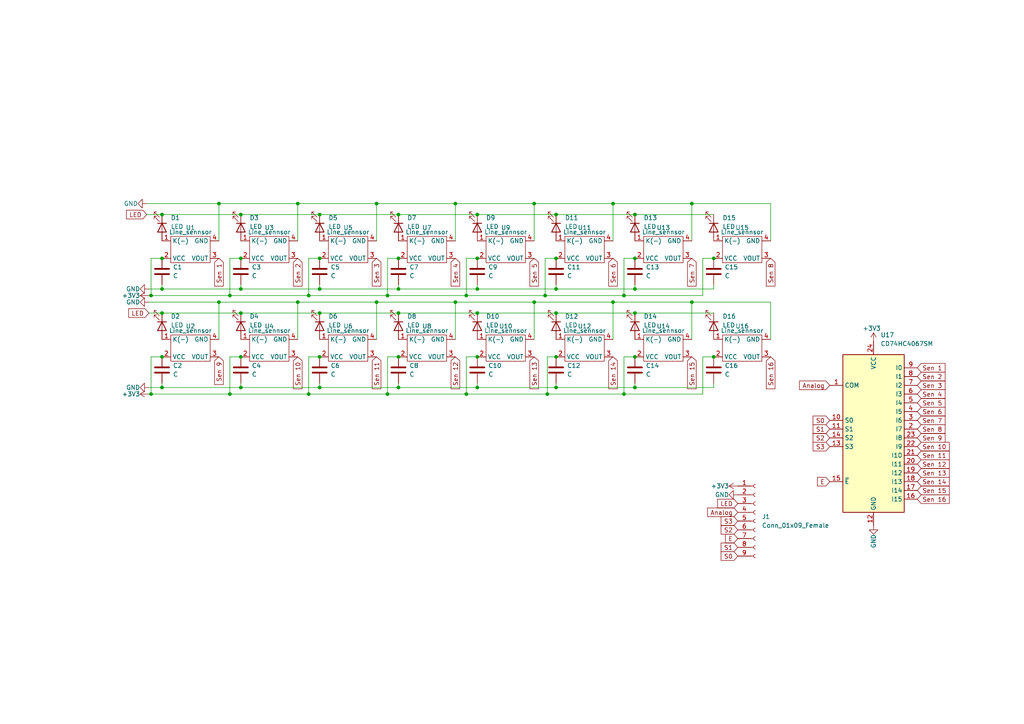
<source format=kicad_sch>
(kicad_sch (version 20211123) (generator eeschema)
  (paper "A4")
  (lib_symbols
    (symbol "74xx:CD74HC4067SM"
      (property "Reference" "U" (at -8.89 22.86 0))
      (property "Value" "CD74HC4067SM" (at 1.27 22.86 0))
      (symbol "CD74HC4067SM_0_1"
        (rectangle (start -8.89 21.59) (end 8.89 -24.13) (stroke (width 0.254)) (fill (type background)))
      )
      (symbol "CD74HC4067SM_1_1"
        (pin passive line (at -12.7 12.7 0) (length 3.81) (name "COM") (number "1"))
        (pin input line (at -12.7 2.54 0) (length 3.81) (name "S0") (number "10"))
        (pin input line (at -12.7 0 0) (length 3.81) (name "S1") (number "11"))
        (pin power_in line (at 0 -27.94 90) (length 3.81) (name "GND") (number "12"))
        (pin input line (at -12.7 -5.08 0) (length 3.81) (name "S3") (number "13"))
        (pin input line (at -12.7 -2.54 0) (length 3.81) (name "S2") (number "14"))
        (pin input line (at -12.7 -15.24 0) (length 3.81) (name "~{E}") (number "15"))
        (pin passive line (at 12.7 -20.32 180) (length 3.81) (name "I15") (number "16"))
        (pin passive line (at 12.7 -17.78 180) (length 3.81) (name "I14") (number "17"))
        (pin passive line (at 12.7 -15.24 180) (length 3.81) (name "I13") (number "18"))
        (pin passive line (at 12.7 -12.7 180) (length 3.81) (name "I12") (number "19"))
        (pin passive line (at 12.7 0 180) (length 3.81) (name "I7") (number "2"))
        (pin passive line (at 12.7 -10.16 180) (length 3.81) (name "I11") (number "20"))
        (pin passive line (at 12.7 -7.62 180) (length 3.81) (name "I10") (number "21"))
        (pin passive line (at 12.7 -5.08 180) (length 3.81) (name "I9") (number "22"))
        (pin passive line (at 12.7 -2.54 180) (length 3.81) (name "I8") (number "23"))
        (pin power_in line (at 0 25.4 270) (length 3.81) (name "VCC") (number "24"))
        (pin passive line (at 12.7 2.54 180) (length 3.81) (name "I6") (number "3"))
        (pin passive line (at 12.7 5.08 180) (length 3.81) (name "I5") (number "4"))
        (pin passive line (at 12.7 7.62 180) (length 3.81) (name "I4") (number "5"))
        (pin passive line (at 12.7 10.16 180) (length 3.81) (name "I3") (number "6"))
        (pin passive line (at 12.7 12.7 180) (length 3.81) (name "I2") (number "7"))
        (pin passive line (at 12.7 15.24 180) (length 3.81) (name "I1") (number "8"))
        (pin passive line (at 12.7 17.78 180) (length 3.81) (name "I0") (number "9"))
      )
    )
    (symbol "Connector:Conn_01x09_Female" (pin_names (offset 1.016) hide)
      (property "Reference" "J" (at 0 12.7 0))
      (property "Value" "Conn_01x09_Female" (at 0 -12.7 0))
      (symbol "Conn_01x09_Female_1_1"
        (arc (start 0 -9.652) (mid -0.508 -10.16) (end 0 -10.668) (stroke (width 0.1524)))
        (arc (start 0 -7.112) (mid -0.508 -7.62) (end 0 -8.128) (stroke (width 0.1524)))
        (arc (start 0 -4.572) (mid -0.508 -5.08) (end 0 -5.588) (stroke (width 0.1524)))
        (arc (start 0 -2.032) (mid -0.508 -2.54) (end 0 -3.048) (stroke (width 0.1524)))
        (polyline (pts (xy -1.27 -10.16) (xy -0.508 -10.16)) (stroke (width 0.1524)))
        (polyline (pts (xy -1.27 -7.62) (xy -0.508 -7.62)) (stroke (width 0.1524)))
        (polyline (pts (xy -1.27 -5.08) (xy -0.508 -5.08)) (stroke (width 0.1524)))
        (polyline (pts (xy -1.27 -2.54) (xy -0.508 -2.54)) (stroke (width 0.1524)))
        (polyline (pts (xy -1.27 0) (xy -0.508 0)) (stroke (width 0.1524)))
        (polyline (pts (xy -1.27 2.54) (xy -0.508 2.54)) (stroke (width 0.1524)))
        (polyline (pts (xy -1.27 5.08) (xy -0.508 5.08)) (stroke (width 0.1524)))
        (polyline (pts (xy -1.27 7.62) (xy -0.508 7.62)) (stroke (width 0.1524)))
        (polyline (pts (xy -1.27 10.16) (xy -0.508 10.16)) (stroke (width 0.1524)))
        (arc (start 0 0.508) (mid -0.508 0) (end 0 -0.508) (stroke (width 0.1524)))
        (arc (start 0 3.048) (mid -0.508 2.54) (end 0 2.032) (stroke (width 0.1524)))
        (arc (start 0 5.588) (mid -0.508 5.08) (end 0 4.572) (stroke (width 0.1524)))
        (arc (start 0 8.128) (mid -0.508 7.62) (end 0 7.112) (stroke (width 0.1524)))
        (arc (start 0 10.668) (mid -0.508 10.16) (end 0 9.652) (stroke (width 0.1524)))
        (pin passive line (at -5.08 10.16 0) (length 3.81) (name "Pin_1") (number "1"))
        (pin passive line (at -5.08 7.62 0) (length 3.81) (name "Pin_2") (number "2"))
        (pin passive line (at -5.08 5.08 0) (length 3.81) (name "Pin_3") (number "3"))
        (pin passive line (at -5.08 2.54 0) (length 3.81) (name "Pin_4") (number "4"))
        (pin passive line (at -5.08 0 0) (length 3.81) (name "Pin_5") (number "5"))
        (pin passive line (at -5.08 -2.54 0) (length 3.81) (name "Pin_6") (number "6"))
        (pin passive line (at -5.08 -5.08 0) (length 3.81) (name "Pin_7") (number "7"))
        (pin passive line (at -5.08 -7.62 0) (length 3.81) (name "Pin_8") (number "8"))
        (pin passive line (at -5.08 -10.16 0) (length 3.81) (name "Pin_9") (number "9"))
      )
    )
    (symbol "Device:C" (pin_numbers hide) (pin_names (offset 0.254))
      (property "Reference" "C" (at 0.635 2.54 0))
      (property "Value" "C" (at 0.635 -2.54 0))
      (symbol "C_0_1"
        (polyline (pts (xy -2.032 -0.762) (xy 2.032 -0.762)) (stroke (width 0.508)))
        (polyline (pts (xy -2.032 0.762) (xy 2.032 0.762)) (stroke (width 0.508)))
      )
      (symbol "C_1_1"
        (pin passive line (at 0 3.81 270) (length 2.794) (name "~") (number "1"))
        (pin passive line (at 0 -3.81 90) (length 2.794) (name "~") (number "2"))
      )
    )
    (symbol "Device:LED" (pin_numbers hide) (pin_names (offset 1.016) hide)
      (property "Reference" "D" (at 0 2.54 0))
      (property "Value" "LED" (at 0 -2.54 0))
      (symbol "LED_0_1"
        (polyline (pts (xy -1.27 -1.27) (xy -1.27 1.27)) (stroke (width 0.254)))
        (polyline (pts (xy -1.27 0) (xy 1.27 0)))
        (polyline (pts (xy 1.27 -1.27) (xy 1.27 1.27) (xy -1.27 0) (xy 1.27 -1.27)) (stroke (width 0.254)))
        (polyline (pts (xy -3.048 -0.762) (xy -4.572 -2.286) (xy -3.81 -2.286) (xy -4.572 -2.286) (xy -4.572 -1.524)))
        (polyline (pts (xy -1.778 -0.762) (xy -3.302 -2.286) (xy -2.54 -2.286) (xy -3.302 -2.286) (xy -3.302 -1.524)))
      )
      (symbol "LED_1_1"
        (pin passive line (at -3.81 0 0) (length 2.54) (name "K") (number "1"))
        (pin passive line (at 3.81 0 180) (length 2.54) (name "A") (number "2"))
      )
    )
    (symbol "Line_sennsor:Line_sennsor"
      (property "Reference" "U" (at 0 1.27 0))
      (property "Value" "Line_sennsor" (at 0 0 0))
      (symbol "Line_sennsor_0_1"
        (rectangle (start -6.35 -1.27) (end 5.08 -8.89))
      )
      (symbol "Line_sennsor_1_1"
        (pin bidirectional line (at -8.89 -2.54 0) (length 2.54) (name "K(-)") (number "1"))
        (pin bidirectional line (at -8.89 -7.62 0) (length 2.54) (name "VCC") (number "2"))
        (pin bidirectional line (at 7.62 -7.62 180) (length 2.54) (name "VOUT") (number "3"))
        (pin bidirectional line (at 7.62 -2.54 180) (length 2.54) (name "GND") (number "4"))
      )
    )
    (symbol "power:+3.3V" (power) (pin_names (offset 0))
      (property "Value" "+3.3V" (at 0 3.556 0))
      (symbol "+3.3V_0_1"
        (polyline (pts (xy -0.762 1.27) (xy 0 2.54)))
        (polyline (pts (xy 0 0) (xy 0 2.54)))
        (polyline (pts (xy 0 2.54) (xy 0.762 1.27)))
      )
      (symbol "+3.3V_1_1"
        (pin power_in line (at 0 0 90) (length 0) hide (name "+3V3") (number "1"))
      )
    )
    (symbol "power:GND" (power) (pin_names (offset 0))
      (property "Value" "GND" (at 0 -3.81 0))
      (symbol "GND_0_1"
        (polyline (pts (xy 0 0) (xy 0 -1.27) (xy 1.27 -1.27) (xy 0 -2.54) (xy -1.27 -1.27) (xy 0 -1.27)))
      )
      (symbol "GND_1_1"
        (pin power_in line (at 0 0 270) (length 0) hide (name "GND") (number "1"))
      )
    )
  )
  (junction (at 89.535 114.3))
  (junction (at 115.57 83.82))
  (junction (at 63.5 87.63))
  (junction (at 138.43 74.93))
  (junction (at 86.36 87.63))
  (junction (at 66.675 85.725))
  (junction (at 132.08 87.63))
  (junction (at 109.22 87.63))
  (junction (at 46.99 112.395))
  (junction (at 43.815 85.725))
  (junction (at 158.75 114.3))
  (junction (at 115.57 103.505))
  (junction (at 92.71 103.505))
  (junction (at 69.85 62.23))
  (junction (at 63.5 59.055))
  (junction (at 92.71 74.93))
  (junction (at 135.255 114.3))
  (junction (at 69.85 90.805))
  (junction (at 154.94 59.055))
  (junction (at 207.01 103.505))
  (junction (at 109.22 59.055))
  (junction (at 161.29 83.82))
  (junction (at 115.57 90.805))
  (junction (at 207.01 74.93))
  (junction (at 138.43 90.805))
  (junction (at 177.8 87.63))
  (junction (at 161.29 62.23))
  (junction (at 69.85 74.93))
  (junction (at 46.99 62.23))
  (junction (at 161.29 90.805))
  (junction (at 161.29 103.505))
  (junction (at 115.57 74.93))
  (junction (at 112.395 85.725))
  (junction (at 184.15 62.23))
  (junction (at 66.675 114.3))
  (junction (at 138.43 83.82))
  (junction (at 138.43 103.505))
  (junction (at 184.15 90.805))
  (junction (at 46.99 90.805))
  (junction (at 200.66 87.63))
  (junction (at 46.99 74.93))
  (junction (at 180.975 114.3))
  (junction (at 115.57 62.23))
  (junction (at 69.85 103.505))
  (junction (at 177.8 59.055))
  (junction (at 69.85 112.395))
  (junction (at 154.94 87.63))
  (junction (at 135.255 85.725))
  (junction (at 46.99 83.82))
  (junction (at 86.36 59.055))
  (junction (at 92.71 83.82))
  (junction (at 158.115 85.725))
  (junction (at 138.43 112.395))
  (junction (at 69.85 83.82))
  (junction (at 184.15 74.93))
  (junction (at 184.15 112.395))
  (junction (at 161.29 74.93))
  (junction (at 92.71 62.23))
  (junction (at 184.15 103.505))
  (junction (at 180.975 85.725))
  (junction (at 115.57 112.395))
  (junction (at 43.815 114.3))
  (junction (at 92.71 90.805))
  (junction (at 132.08 59.055))
  (junction (at 112.395 114.3))
  (junction (at 138.43 62.23))
  (junction (at 184.15 83.82))
  (junction (at 89.535 85.725))
  (junction (at 161.29 112.395))
  (junction (at 200.66 59.055))
  (junction (at 92.71 112.395))
  (junction (at 46.99 103.505))
  (wire (pts (xy 154.94 87.63) (xy 177.8 87.63)))
  (wire (pts (xy 115.57 111.125) (xy 115.57 112.395)))
  (wire (pts (xy 115.57 103.505) (xy 112.395 103.505)))
  (wire (pts (xy 115.57 82.55) (xy 115.57 83.82)))
  (wire (pts (xy 92.71 112.395) (xy 115.57 112.395)))
  (wire (pts (xy 69.85 112.395) (xy 92.71 112.395)))
  (wire (pts (xy 138.43 112.395) (xy 161.29 112.395)))
  (wire (pts (xy 138.43 82.55) (xy 138.43 83.82)))
  (wire (pts (xy 66.675 103.505) (xy 66.675 114.3)))
  (wire (pts (xy 112.395 85.725) (xy 135.255 85.725)))
  (wire (pts (xy 203.835 103.505) (xy 207.01 103.505)))
  (wire (pts (xy 43.18 83.82) (xy 46.99 83.82)))
  (wire (pts (xy 92.71 83.82) (xy 115.57 83.82)))
  (wire (pts (xy 158.115 74.93) (xy 158.115 85.725)))
  (wire (pts (xy 42.545 62.23) (xy 46.99 62.23)))
  (wire (pts (xy 89.535 114.3) (xy 112.395 114.3)))
  (wire (pts (xy 180.975 114.3) (xy 203.835 114.3)))
  (wire (pts (xy 158.115 85.725) (xy 180.975 85.725)))
  (wire (pts (xy 112.395 103.505) (xy 112.395 114.3)))
  (wire (pts (xy 184.15 74.93) (xy 180.975 74.93)))
  (wire (pts (xy 43.18 85.725) (xy 43.815 85.725)))
  (wire (pts (xy 43.815 114.3) (xy 66.675 114.3)))
  (wire (pts (xy 115.57 83.82) (xy 138.43 83.82)))
  (wire (pts (xy 92.71 111.125) (xy 92.71 112.395)))
  (wire (pts (xy 112.395 114.3) (xy 135.255 114.3)))
  (wire (pts (xy 132.08 87.63) (xy 132.08 98.425)))
  (wire (pts (xy 200.66 59.055) (xy 223.52 59.055)))
  (wire (pts (xy 115.57 74.93) (xy 112.395 74.93)))
  (wire (pts (xy 42.545 59.055) (xy 63.5 59.055)))
  (wire (pts (xy 86.36 87.63) (xy 109.22 87.63)))
  (wire (pts (xy 46.99 82.55) (xy 46.99 83.82)))
  (wire (pts (xy 63.5 87.63) (xy 63.5 98.425)))
  (wire (pts (xy 66.675 114.3) (xy 89.535 114.3)))
  (wire (pts (xy 43.815 74.93) (xy 43.815 85.725)))
  (wire (pts (xy 135.255 103.505) (xy 135.255 114.3)))
  (wire (pts (xy 161.29 112.395) (xy 184.15 112.395)))
  (wire (pts (xy 112.395 74.93) (xy 112.395 85.725)))
  (wire (pts (xy 184.15 62.23) (xy 207.01 62.23)))
  (wire (pts (xy 135.255 114.3) (xy 158.75 114.3)))
  (wire (pts (xy 89.535 85.725) (xy 112.395 85.725)))
  (wire (pts (xy 207.01 83.82) (xy 207.01 82.55)))
  (wire (pts (xy 177.8 59.055) (xy 177.8 69.85)))
  (wire (pts (xy 46.99 90.805) (xy 69.85 90.805)))
  (wire (pts (xy 63.5 87.63) (xy 86.36 87.63)))
  (wire (pts (xy 177.8 87.63) (xy 177.8 98.425)))
  (wire (pts (xy 184.15 112.395) (xy 207.01 112.395)))
  (wire (pts (xy 138.43 83.82) (xy 161.29 83.82)))
  (wire (pts (xy 203.835 74.93) (xy 207.01 74.93)))
  (wire (pts (xy 69.85 103.505) (xy 66.675 103.505)))
  (wire (pts (xy 154.94 87.63) (xy 154.94 98.425)))
  (wire (pts (xy 135.255 85.725) (xy 158.115 85.725)))
  (wire (pts (xy 89.535 74.93) (xy 89.535 85.725)))
  (wire (pts (xy 63.5 69.85) (xy 63.5 59.055)))
  (wire (pts (xy 161.29 74.93) (xy 158.115 74.93)))
  (wire (pts (xy 69.85 90.805) (xy 92.71 90.805)))
  (wire (pts (xy 180.975 74.93) (xy 180.975 85.725)))
  (wire (pts (xy 158.75 103.505) (xy 158.75 114.3)))
  (wire (pts (xy 154.94 69.85) (xy 154.94 59.055)))
  (wire (pts (xy 115.57 112.395) (xy 138.43 112.395)))
  (wire (pts (xy 115.57 90.805) (xy 138.43 90.805)))
  (wire (pts (xy 177.8 87.63) (xy 200.66 87.63)))
  (wire (pts (xy 180.975 114.3) (xy 158.75 114.3)))
  (wire (pts (xy 177.8 59.055) (xy 200.66 59.055)))
  (wire (pts (xy 86.36 59.055) (xy 86.36 69.85)))
  (wire (pts (xy 69.85 111.125) (xy 69.85 112.395)))
  (wire (pts (xy 207.01 112.395) (xy 207.01 111.125)))
  (wire (pts (xy 184.15 111.125) (xy 184.15 112.395)))
  (wire (pts (xy 89.535 103.505) (xy 89.535 114.3)))
  (wire (pts (xy 161.29 62.23) (xy 184.15 62.23)))
  (wire (pts (xy 43.815 103.505) (xy 43.815 114.3)))
  (wire (pts (xy 138.43 111.125) (xy 138.43 112.395)))
  (wire (pts (xy 43.18 87.63) (xy 63.5 87.63)))
  (wire (pts (xy 138.43 62.23) (xy 161.29 62.23)))
  (wire (pts (xy 46.99 103.505) (xy 43.815 103.505)))
  (wire (pts (xy 138.43 90.805) (xy 161.29 90.805)))
  (wire (pts (xy 203.835 103.505) (xy 203.835 114.3)))
  (wire (pts (xy 92.71 82.55) (xy 92.71 83.82)))
  (wire (pts (xy 184.15 82.55) (xy 184.15 83.82)))
  (wire (pts (xy 43.18 90.805) (xy 46.99 90.805)))
  (wire (pts (xy 184.15 83.82) (xy 207.01 83.82)))
  (wire (pts (xy 180.975 85.725) (xy 203.835 85.725)))
  (wire (pts (xy 69.85 82.55) (xy 69.85 83.82)))
  (wire (pts (xy 43.18 114.3) (xy 43.815 114.3)))
  (wire (pts (xy 63.5 59.055) (xy 86.36 59.055)))
  (wire (pts (xy 132.08 87.63) (xy 154.94 87.63)))
  (wire (pts (xy 66.675 74.93) (xy 66.675 85.725)))
  (wire (pts (xy 92.71 74.93) (xy 89.535 74.93)))
  (wire (pts (xy 46.99 111.125) (xy 46.99 112.395)))
  (wire (pts (xy 223.52 87.63) (xy 223.52 98.425)))
  (wire (pts (xy 69.85 83.82) (xy 92.71 83.82)))
  (wire (pts (xy 161.29 83.82) (xy 184.15 83.82)))
  (wire (pts (xy 161.29 90.805) (xy 184.15 90.805)))
  (wire (pts (xy 109.22 87.63) (xy 109.22 98.425)))
  (wire (pts (xy 115.57 62.23) (xy 138.43 62.23)))
  (wire (pts (xy 161.29 103.505) (xy 158.75 103.505)))
  (wire (pts (xy 46.99 74.93) (xy 43.815 74.93)))
  (wire (pts (xy 43.18 112.395) (xy 46.99 112.395)))
  (wire (pts (xy 138.43 74.93) (xy 135.255 74.93)))
  (wire (pts (xy 92.71 90.805) (xy 115.57 90.805)))
  (wire (pts (xy 200.66 59.055) (xy 200.66 69.85)))
  (wire (pts (xy 132.08 59.055) (xy 154.94 59.055)))
  (wire (pts (xy 200.66 87.63) (xy 200.66 98.425)))
  (wire (pts (xy 109.22 87.63) (xy 132.08 87.63)))
  (wire (pts (xy 69.85 62.23) (xy 92.71 62.23)))
  (wire (pts (xy 66.675 85.725) (xy 89.535 85.725)))
  (wire (pts (xy 138.43 103.505) (xy 135.255 103.505)))
  (wire (pts (xy 184.15 103.505) (xy 180.975 103.505)))
  (wire (pts (xy 132.08 59.055) (xy 132.08 69.85)))
  (wire (pts (xy 92.71 103.505) (xy 89.535 103.505)))
  (wire (pts (xy 161.29 82.55) (xy 161.29 83.82)))
  (wire (pts (xy 180.975 103.505) (xy 180.975 114.3)))
  (wire (pts (xy 86.36 87.63) (xy 86.36 98.425)))
  (wire (pts (xy 46.99 83.82) (xy 69.85 83.82)))
  (wire (pts (xy 109.22 59.055) (xy 109.22 69.85)))
  (wire (pts (xy 46.99 62.23) (xy 69.85 62.23)))
  (wire (pts (xy 43.815 85.725) (xy 66.675 85.725)))
  (wire (pts (xy 92.71 62.23) (xy 115.57 62.23)))
  (wire (pts (xy 46.99 112.395) (xy 69.85 112.395)))
  (wire (pts (xy 109.22 59.055) (xy 132.08 59.055)))
  (wire (pts (xy 203.835 74.93) (xy 203.835 85.725)))
  (wire (pts (xy 69.85 74.93) (xy 66.675 74.93)))
  (wire (pts (xy 200.66 87.63) (xy 223.52 87.63)))
  (wire (pts (xy 86.36 59.055) (xy 109.22 59.055)))
  (wire (pts (xy 135.255 74.93) (xy 135.255 85.725)))
  (wire (pts (xy 184.15 90.805) (xy 207.01 90.805)))
  (wire (pts (xy 161.29 111.125) (xy 161.29 112.395)))
  (wire (pts (xy 154.94 59.055) (xy 177.8 59.055)))
  (wire (pts (xy 223.52 59.055) (xy 223.52 69.85)))
  (global_label "Sen 4" (shape input) (at 132.08 74.93 270) (property "Intersheet References" "${INTERSHEET_REFS}" (effects hide)))
  (global_label "S2" (shape input) (at 240.665 127 180) (property "Intersheet References" "${INTERSHEET_REFS}" (effects hide)))
  (global_label "S1" (shape input) (at 213.995 158.75 180) (property "Intersheet References" "${INTERSHEET_REFS}" (effects hide)))
  (global_label "Analog" (shape input) (at 213.995 148.59 180) (property "Intersheet References" "${INTERSHEET_REFS}" (effects hide)))
  (global_label "LED" (shape input) (at 213.995 146.05 180) (property "Intersheet References" "${INTERSHEET_REFS}" (effects hide)))
  (global_label "Sen 5" (shape input) (at 154.94 74.93 270) (property "Intersheet References" "${INTERSHEET_REFS}" (effects hide)))
  (global_label "Sen 10" (shape input) (at 266.065 129.54 0) (property "Intersheet References" "${INTERSHEET_REFS}" (effects hide)))
  (global_label "Sen 7" (shape input) (at 266.065 121.92 0) (property "Intersheet References" "${INTERSHEET_REFS}" (effects hide)))
  (global_label "Sen 14" (shape input) (at 266.065 139.7 0) (property "Intersheet References" "${INTERSHEET_REFS}" (effects hide)))
  (global_label "Sen 11" (shape input) (at 109.22 103.505 270) (property "Intersheet References" "${INTERSHEET_REFS}" (effects hide)))
  (global_label "Sen 15" (shape input) (at 266.065 142.24 0) (property "Intersheet References" "${INTERSHEET_REFS}" (effects hide)))
  (global_label "Sen 9" (shape input) (at 63.5 103.505 270) (property "Intersheet References" "${INTERSHEET_REFS}" (effects hide)))
  (global_label "Sen 6" (shape input) (at 177.8 74.93 270) (property "Intersheet References" "${INTERSHEET_REFS}" (effects hide)))
  (global_label "E" (shape input) (at 240.665 139.7 180) (property "Intersheet References" "${INTERSHEET_REFS}" (effects hide)))
  (global_label "Sen 1" (shape input) (at 63.5 74.93 270) (property "Intersheet References" "${INTERSHEET_REFS}" (effects hide)))
  (global_label "Sen 8" (shape input) (at 266.065 124.46 0) (property "Intersheet References" "${INTERSHEET_REFS}" (effects hide)))
  (global_label "S1" (shape input) (at 240.665 124.46 180) (property "Intersheet References" "${INTERSHEET_REFS}" (effects hide)))
  (global_label "Sen 13" (shape input) (at 266.065 137.16 0) (property "Intersheet References" "${INTERSHEET_REFS}" (effects hide)))
  (global_label "S2" (shape input) (at 213.995 153.67 180) (property "Intersheet References" "${INTERSHEET_REFS}" (effects hide)))
  (global_label "Sen 3" (shape input) (at 266.065 111.76 0) (property "Intersheet References" "${INTERSHEET_REFS}" (effects hide)))
  (global_label "Sen 8" (shape input) (at 223.52 74.93 270) (property "Intersheet References" "${INTERSHEET_REFS}" (effects hide)))
  (global_label "S0" (shape input) (at 213.995 161.29 180) (property "Intersheet References" "${INTERSHEET_REFS}" (effects hide)))
  (global_label "Sen 2" (shape input) (at 86.36 74.93 270) (property "Intersheet References" "${INTERSHEET_REFS}" (effects hide)))
  (global_label "Sen 5" (shape input) (at 266.065 116.84 0) (property "Intersheet References" "${INTERSHEET_REFS}" (effects hide)))
  (global_label "LED" (shape input) (at 42.545 62.23 180) (property "Intersheet References" "${INTERSHEET_REFS}" (effects hide)))
  (global_label "Sen 15" (shape input) (at 200.66 103.505 270) (property "Intersheet References" "${INTERSHEET_REFS}" (effects hide)))
  (global_label "Sen 9" (shape input) (at 266.065 127 0) (property "Intersheet References" "${INTERSHEET_REFS}" (effects hide)))
  (global_label "LED" (shape input) (at 43.18 90.805 180) (property "Intersheet References" "${INTERSHEET_REFS}" (effects hide)))
  (global_label "E" (shape input) (at 213.995 156.21 180) (property "Intersheet References" "${INTERSHEET_REFS}" (effects hide)))
  (global_label "Sen 2" (shape input) (at 266.065 109.22 0) (property "Intersheet References" "${INTERSHEET_REFS}" (effects hide)))
  (global_label "Sen 6" (shape input) (at 266.065 119.38 0) (property "Intersheet References" "${INTERSHEET_REFS}" (effects hide)))
  (global_label "Sen 12" (shape input) (at 132.08 103.505 270) (property "Intersheet References" "${INTERSHEET_REFS}" (effects hide)))
  (global_label "Sen 11" (shape input) (at 266.065 132.08 0) (property "Intersheet References" "${INTERSHEET_REFS}" (effects hide)))
  (global_label "Sen 7" (shape input) (at 200.66 74.93 270) (property "Intersheet References" "${INTERSHEET_REFS}" (effects hide)))
  (global_label "S3" (shape input) (at 213.995 151.13 180) (property "Intersheet References" "${INTERSHEET_REFS}" (effects hide)))
  (global_label "Sen 1" (shape input) (at 266.065 106.68 0) (property "Intersheet References" "${INTERSHEET_REFS}" (effects hide)))
  (global_label "Sen 13" (shape input) (at 154.94 103.505 270) (property "Intersheet References" "${INTERSHEET_REFS}" (effects hide)))
  (global_label "Analog" (shape input) (at 240.665 111.76 180) (property "Intersheet References" "${INTERSHEET_REFS}" (effects hide)))
  (global_label "Sen 4" (shape input) (at 266.065 114.3 0) (property "Intersheet References" "${INTERSHEET_REFS}" (effects hide)))
  (global_label "S3" (shape input) (at 240.665 129.54 180) (property "Intersheet References" "${INTERSHEET_REFS}" (effects hide)))
  (global_label "Sen 10" (shape input) (at 86.36 103.505 270) (property "Intersheet References" "${INTERSHEET_REFS}" (effects hide)))
  (global_label "Sen 3" (shape input) (at 109.22 74.93 270) (property "Intersheet References" "${INTERSHEET_REFS}" (effects hide)))
  (global_label "Sen 16" (shape input) (at 266.065 144.78 0) (property "Intersheet References" "${INTERSHEET_REFS}" (effects hide)))
  (global_label "Sen 14" (shape input) (at 177.8 103.505 270) (property "Intersheet References" "${INTERSHEET_REFS}" (effects hide)))
  (global_label "Sen 16" (shape input) (at 223.52 103.505 270) (property "Intersheet References" "${INTERSHEET_REFS}" (effects hide)))
  (global_label "S0" (shape input) (at 240.665 121.92 180) (property "Intersheet References" "${INTERSHEET_REFS}" (effects hide)))
  (global_label "Sen 12" (shape input) (at 266.065 134.62 0) (property "Intersheet References" "${INTERSHEET_REFS}" (effects hide)))
  (symbol (lib_id "Device:LED") (at 115.57 94.615 270) (unit 1)
    (property "Reference" "D8" (at 118.11 91.7574 90) (effects (justify left)))
    (property "Value" "LED" (at 118.11 94.2974 90) (effects (justify left)))
    (property "Footprint" "LED_THT:LED_D3.0mm_Clear" (effects hide))
  )
  (symbol (lib_id "Device:LED") (at 161.29 94.615 270) (unit 1)
    (property "Reference" "D12" (at 163.83 91.7574 90) (effects (justify left)))
    (property "Value" "LED" (at 163.83 94.2974 90) (effects (justify left)))
    (property "Footprint" "LED_THT:LED_D3.0mm_Clear" (effects hide))
  )
  (symbol (lib_id "Device:LED") (at 184.15 94.615 270) (unit 1)
    (property "Reference" "D14" (at 186.69 91.7574 90) (effects (justify left)))
    (property "Value" "LED" (at 186.69 94.2974 90) (effects (justify left)))
    (property "Footprint" "LED_THT:LED_D3.0mm_Clear" (effects hide))
  )
  (symbol (lib_id "Device:C") (at 207.01 78.74 0) (unit 1)
    (property "Reference" "C15" (at 210.185 77.47 0) (effects (justify left)))
    (property "Value" "C" (at 210.185 80.01 0) (effects (justify left)))
    (property "Footprint" "Capacitor_SMD:C_0402_1005Metric" (effects hide))
  )
  (symbol (lib_id "Line_sennsor:Line_sennsor") (at 193.04 95.885 0) (unit 1)
    (property "Reference" "U14" (at 192.405 94.615 0))
    (property "Value" "Line_sennsor" (at 192.405 95.885 0))
    (property "Footprint" "Line_sennsor:Line_sennsor" (effects hide))
  )
  (symbol (lib_id "Device:C") (at 69.85 107.315 0) (unit 1)
    (property "Reference" "C4" (at 73.025 106.045 0) (effects (justify left)))
    (property "Value" "C" (at 73.025 108.585 0) (effects (justify left)))
    (property "Footprint" "Capacitor_SMD:C_0402_1005Metric" (effects hide))
  )
  (symbol (lib_id "Line_sennsor:Line_sennsor") (at 101.6 95.885 0) (unit 1)
    (property "Reference" "U6" (at 100.965 94.615 0))
    (property "Value" "Line_sennsor" (at 100.965 95.885 0))
    (property "Footprint" "Line_sennsor:Line_sennsor" (effects hide))
  )
  (symbol (lib_id "Line_sennsor:Line_sennsor") (at 147.32 67.31 0) (unit 1)
    (property "Reference" "U9" (at 146.685 66.04 0))
    (property "Value" "Line_sennsor" (at 146.685 67.31 0))
    (property "Footprint" "Line_sennsor:Line_sennsor" (effects hide))
  )
  (symbol (lib_id "Device:C") (at 138.43 78.74 0) (unit 1)
    (property "Reference" "C9" (at 141.605 77.47 0) (effects (justify left)))
    (property "Value" "C" (at 141.605 80.01 0) (effects (justify left)))
    (property "Footprint" "Capacitor_SMD:C_0402_1005Metric" (effects hide))
  )
  (symbol (lib_id "Device:C") (at 161.29 107.315 0) (unit 1)
    (property "Reference" "C12" (at 164.465 106.045 0) (effects (justify left)))
    (property "Value" "C" (at 164.465 108.585 0) (effects (justify left)))
    (property "Footprint" "Capacitor_SMD:C_0402_1005Metric" (effects hide))
  )
  (symbol (lib_id "Device:C") (at 69.85 78.74 0) (unit 1)
    (property "Reference" "C3" (at 73.025 77.47 0) (effects (justify left)))
    (property "Value" "C" (at 73.025 80.01 0) (effects (justify left)))
    (property "Footprint" "Capacitor_SMD:C_0402_1005Metric" (effects hide))
  )
  (symbol (lib_id "Line_sennsor:Line_sennsor") (at 147.32 95.885 0) (unit 1)
    (property "Reference" "U10" (at 146.685 94.615 0))
    (property "Value" "Line_sennsor" (at 146.685 95.885 0))
    (property "Footprint" "Line_sennsor:Line_sennsor" (effects hide))
  )
  (symbol (lib_id "Device:LED") (at 138.43 94.615 270) (unit 1)
    (property "Reference" "D10" (at 140.97 91.7574 90) (effects (justify left)))
    (property "Value" "LED" (at 140.97 94.2974 90) (effects (justify left)))
    (property "Footprint" "LED_THT:LED_D3.0mm_Clear" (effects hide))
  )
  (symbol (lib_id "Device:LED") (at 115.57 66.04 270) (unit 1)
    (property "Reference" "D7" (at 118.11 63.1824 90) (effects (justify left)))
    (property "Value" "LED" (at 118.11 65.7224 90) (effects (justify left)))
    (property "Footprint" "LED_THT:LED_D3.0mm_Clear" (effects hide))
  )
  (symbol (lib_id "Line_sennsor:Line_sennsor") (at 101.6 67.31 0) (unit 1)
    (property "Reference" "U5" (at 100.965 66.04 0))
    (property "Value" "Line_sennsor" (at 100.965 67.31 0))
    (property "Footprint" "Line_sennsor:Line_sennsor" (effects hide))
  )
  (symbol (lib_id "Line_sennsor:Line_sennsor") (at 170.18 95.885 0) (unit 1)
    (property "Reference" "U12" (at 169.545 94.615 0))
    (property "Value" "Line_sennsor" (at 169.545 95.885 0))
    (property "Footprint" "Line_sennsor:Line_sennsor" (effects hide))
  )
  (symbol (lib_id "Connector:Conn_01x09_Female") (at 219.075 151.13 0) (unit 1)
    (property "Reference" "J1" (at 220.98 149.8599 0) (effects (justify left)))
    (property "Value" "Conn_01x09_Female" (at 220.98 152.3999 0) (effects (justify left)))
    (property "Footprint" "Connector_PinHeader_1.27mm:PinHeader_1x09_P1.27mm_Vertical" (effects hide))
  )
  (symbol (lib_id "power:+3.3V") (at 213.995 140.97 90) (unit 1)
    (property "Reference" "#PWR07" (effects hide))
    (property "Value" "+3.3V" (at 211.455 140.97 90) (effects (justify left)))
  )
  (symbol (lib_id "Device:C") (at 184.15 78.74 0) (unit 1)
    (property "Reference" "C13" (at 187.325 77.47 0) (effects (justify left)))
    (property "Value" "C" (at 187.325 80.01 0) (effects (justify left)))
    (property "Footprint" "Capacitor_SMD:C_0402_1005Metric" (effects hide))
  )
  (symbol (lib_id "Device:LED") (at 92.71 66.04 270) (unit 1)
    (property "Reference" "D5" (at 95.25 63.1824 90) (effects (justify left)))
    (property "Value" "LED" (at 95.25 65.7224 90) (effects (justify left)))
    (property "Footprint" "LED_THT:LED_D3.0mm_Clear" (effects hide))
  )
  (symbol (lib_id "Device:LED") (at 69.85 66.04 270) (unit 1)
    (property "Reference" "D3" (at 72.39 63.1824 90) (effects (justify left)))
    (property "Value" "LED" (at 72.39 65.7224 90) (effects (justify left)))
    (property "Footprint" "LED_THT:LED_D3.0mm_Clear" (effects hide))
  )
  (symbol (lib_id "power:+3.3V") (at 43.18 114.3 90) (unit 1)
    (property "Reference" "#PWR06" (effects hide))
    (property "Value" "+3.3V" (at 40.64 114.3 90) (effects (justify left)))
  )
  (symbol (lib_id "Device:LED") (at 46.99 66.04 270) (unit 1)
    (property "Reference" "D1" (at 49.53 63.1824 90) (effects (justify left)))
    (property "Value" "LED" (at 49.53 65.7224 90) (effects (justify left)))
    (property "Footprint" "LED_THT:LED_D3.0mm_Clear" (effects hide))
  )
  (symbol (lib_id "power:GND") (at 43.18 87.63 270) (unit 1)
    (property "Reference" "#PWR04" (effects hide))
    (property "Value" "GND" (at 40.64 87.63 90) (effects (justify right)))
  )
  (symbol (lib_id "Line_sennsor:Line_sennsor") (at 78.74 67.31 0) (unit 1)
    (property "Reference" "U3" (at 78.105 66.04 0))
    (property "Value" "Line_sennsor" (at 78.105 67.31 0))
    (property "Footprint" "Line_sennsor:Line_sennsor" (effects hide))
  )
  (symbol (lib_id "Device:C") (at 207.01 107.315 0) (unit 1)
    (property "Reference" "C16" (at 210.185 106.045 0) (effects (justify left)))
    (property "Value" "C" (at 210.185 108.585 0) (effects (justify left)))
    (property "Footprint" "Capacitor_SMD:C_0402_1005Metric" (effects hide))
  )
  (symbol (lib_id "Line_sennsor:Line_sennsor") (at 55.88 95.885 0) (unit 1)
    (property "Reference" "U2" (at 55.245 94.615 0))
    (property "Value" "Line_sennsor" (at 55.245 95.885 0))
    (property "Footprint" "Line_sennsor:Line_sennsor" (effects hide))
  )
  (symbol (lib_id "Device:C") (at 92.71 78.74 0) (unit 1)
    (property "Reference" "C5" (at 95.885 77.47 0) (effects (justify left)))
    (property "Value" "C" (at 95.885 80.01 0) (effects (justify left)))
    (property "Footprint" "Capacitor_SMD:C_0402_1005Metric" (effects hide))
  )
  (symbol (lib_id "Device:C") (at 184.15 107.315 0) (unit 1)
    (property "Reference" "C14" (at 187.325 106.045 0) (effects (justify left)))
    (property "Value" "C" (at 187.325 108.585 0) (effects (justify left)))
    (property "Footprint" "Capacitor_SMD:C_0402_1005Metric" (effects hide))
  )
  (symbol (lib_id "Device:LED") (at 46.99 94.615 270) (unit 1)
    (property "Reference" "D2" (at 49.53 91.7574 90) (effects (justify left)))
    (property "Value" "LED" (at 49.53 94.2974 90) (effects (justify left)))
    (property "Footprint" "LED_THT:LED_D3.0mm_Clear" (effects hide))
  )
  (symbol (lib_id "power:GND") (at 43.18 83.82 270) (unit 1)
    (property "Reference" "#PWR02" (effects hide))
    (property "Value" "GND" (at 40.64 83.82 90) (effects (justify right)))
  )
  (symbol (lib_id "power:+3.3V") (at 253.365 99.06 0) (unit 1)
    (property "Reference" "#PWR09" (effects hide))
    (property "Value" "+3.3V" (at 250.19 95.25 0) (effects (justify left)))
  )
  (symbol (lib_id "Device:LED") (at 92.71 94.615 270) (unit 1)
    (property "Reference" "D6" (at 95.25 91.7574 90) (effects (justify left)))
    (property "Value" "LED" (at 95.25 94.2974 90) (effects (justify left)))
    (property "Footprint" "LED_THT:LED_D3.0mm_Clear" (effects hide))
  )
  (symbol (lib_id "Device:C") (at 161.29 78.74 0) (unit 1)
    (property "Reference" "C11" (at 164.465 77.47 0) (effects (justify left)))
    (property "Value" "C" (at 164.465 80.01 0) (effects (justify left)))
    (property "Footprint" "Capacitor_SMD:C_0402_1005Metric" (effects hide))
  )
  (symbol (lib_id "Line_sennsor:Line_sennsor") (at 124.46 67.31 0) (unit 1)
    (property "Reference" "U7" (at 123.825 66.04 0))
    (property "Value" "Line_sennsor" (at 123.825 67.31 0))
    (property "Footprint" "Line_sennsor:Line_sennsor" (effects hide))
  )
  (symbol (lib_id "power:GND") (at 42.545 59.055 270) (unit 1)
    (property "Reference" "#PWR01" (effects hide))
    (property "Value" "GND" (at 40.005 59.055 90) (effects (justify right)))
  )
  (symbol (lib_id "Device:LED") (at 69.85 94.615 270) (unit 1)
    (property "Reference" "D4" (at 72.39 91.7574 90) (effects (justify left)))
    (property "Value" "LED" (at 72.39 94.2974 90) (effects (justify left)))
    (property "Footprint" "LED_THT:LED_D3.0mm_Clear" (effects hide))
  )
  (symbol (lib_id "Device:C") (at 115.57 78.74 0) (unit 1)
    (property "Reference" "C7" (at 118.745 77.47 0) (effects (justify left)))
    (property "Value" "C" (at 118.745 80.01 0) (effects (justify left)))
    (property "Footprint" "Capacitor_SMD:C_0402_1005Metric" (effects hide))
  )
  (symbol (lib_id "Device:C") (at 92.71 107.315 0) (unit 1)
    (property "Reference" "C6" (at 95.885 106.045 0) (effects (justify left)))
    (property "Value" "C" (at 95.885 108.585 0) (effects (justify left)))
    (property "Footprint" "Capacitor_SMD:C_0402_1005Metric" (effects hide))
  )
  (symbol (lib_id "Line_sennsor:Line_sennsor") (at 193.04 67.31 0) (unit 1)
    (property "Reference" "U13" (at 192.405 66.04 0))
    (property "Value" "Line_sennsor" (at 192.405 67.31 0))
    (property "Footprint" "Line_sennsor:Line_sennsor" (effects hide))
  )
  (symbol (lib_id "Line_sennsor:Line_sennsor") (at 78.74 95.885 0) (unit 1)
    (property "Reference" "U4" (at 78.105 94.615 0))
    (property "Value" "Line_sennsor" (at 78.105 95.885 0))
    (property "Footprint" "Line_sennsor:Line_sennsor" (effects hide))
  )
  (symbol (lib_id "Device:C") (at 115.57 107.315 0) (unit 1)
    (property "Reference" "C8" (at 118.745 106.045 0) (effects (justify left)))
    (property "Value" "C" (at 118.745 108.585 0) (effects (justify left)))
    (property "Footprint" "Capacitor_SMD:C_0402_1005Metric" (effects hide))
  )
  (symbol (lib_id "Line_sennsor:Line_sennsor") (at 215.9 95.885 0) (unit 1)
    (property "Reference" "U16" (at 215.265 94.615 0))
    (property "Value" "Line_sennsor" (at 215.265 95.885 0))
    (property "Footprint" "Line_sennsor:Line_sennsor" (effects hide))
  )
  (symbol (lib_id "Device:LED") (at 161.29 66.04 270) (unit 1)
    (property "Reference" "D11" (at 163.83 63.1824 90) (effects (justify left)))
    (property "Value" "LED" (at 163.83 65.7224 90) (effects (justify left)))
    (property "Footprint" "LED_THT:LED_D3.0mm_Clear" (effects hide))
  )
  (symbol (lib_id "power:GND") (at 253.365 152.4 0) (unit 1)
    (property "Reference" "#PWR010" (effects hide))
    (property "Value" "GND" (at 253.365 154.94 90) (effects (justify right)))
  )
  (symbol (lib_id "power:GND") (at 213.995 143.51 270) (unit 1)
    (property "Reference" "#PWR08" (effects hide))
    (property "Value" "GND" (at 211.455 143.51 90) (effects (justify right)))
  )
  (symbol (lib_id "Device:LED") (at 207.01 66.04 270) (unit 1)
    (property "Reference" "D15" (at 209.55 63.1824 90) (effects (justify left)))
    (property "Value" "LED" (at 209.55 65.7224 90) (effects (justify left)))
    (property "Footprint" "LED_THT:LED_D3.0mm_Clear" (effects hide))
  )
  (symbol (lib_id "Device:LED") (at 207.01 94.615 270) (unit 1)
    (property "Reference" "D16" (at 209.55 91.7574 90) (effects (justify left)))
    (property "Value" "LED" (at 209.55 94.2974 90) (effects (justify left)))
    (property "Footprint" "LED_THT:LED_D3.0mm_Clear" (effects hide))
  )
  (symbol (lib_id "74xx:CD74HC4067SM") (at 253.365 124.46 0) (unit 1)
    (property "Reference" "U17" (at 255.3844 97.155 0) (effects (justify left)))
    (property "Value" "CD74HC4067SM" (at 255.3844 99.695 0) (effects (justify left)))
    (property "Footprint" "Package_SO:SSOP-24_5.3x8.2mm_P0.65mm" (effects hide))
    (property "Datasheet" "http://www.ti.com/lit/ds/symlink/cd74hc4067.pdf" (effects hide))
  )
  (symbol (lib_id "Device:C") (at 138.43 107.315 0) (unit 1)
    (property "Reference" "C10" (at 141.605 106.045 0) (effects (justify left)))
    (property "Value" "C" (at 141.605 108.585 0) (effects (justify left)))
    (property "Footprint" "Capacitor_SMD:C_0402_1005Metric" (effects hide))
  )
  (symbol (lib_id "Line_sennsor:Line_sennsor") (at 124.46 95.885 0) (unit 1)
    (property "Reference" "U8" (at 123.825 94.615 0))
    (property "Value" "Line_sennsor" (at 123.825 95.885 0))
    (property "Footprint" "Line_sennsor:Line_sennsor" (effects hide))
  )
  (symbol (lib_id "Device:C") (at 46.99 107.315 0) (unit 1)
    (property "Reference" "C2" (at 50.165 106.045 0) (effects (justify left)))
    (property "Value" "C" (at 50.165 108.585 0) (effects (justify left)))
    (property "Footprint" "Capacitor_SMD:C_0402_1005Metric" (effects hide))
  )
  (symbol (lib_id "Device:C") (at 46.99 78.74 0) (unit 1)
    (property "Reference" "C1" (at 50.165 77.47 0) (effects (justify left)))
    (property "Value" "C" (at 50.165 80.01 0) (effects (justify left)))
    (property "Footprint" "Capacitor_SMD:C_0402_1005Metric" (effects hide))
  )
  (symbol (lib_id "Line_sennsor:Line_sennsor") (at 215.9 67.31 0) (unit 1)
    (property "Reference" "U15" (at 215.265 66.04 0))
    (property "Value" "Line_sennsor" (at 215.265 67.31 0))
    (property "Footprint" "Line_sennsor:Line_sennsor" (effects hide))
  )
  (symbol (lib_id "Line_sennsor:Line_sennsor") (at 55.88 67.31 0) (unit 1)
    (property "Reference" "U1" (at 55.245 66.04 0))
    (property "Value" "Line_sennsor" (at 55.245 67.31 0))
    (property "Footprint" "Line_sennsor:Line_sennsor" (effects hide))
  )
  (symbol (lib_id "power:GND") (at 43.18 112.395 270) (unit 1)
    (property "Reference" "#PWR05" (effects hide))
    (property "Value" "GND" (at 40.64 112.395 90) (effects (justify right)))
  )
  (symbol (lib_id "Device:LED") (at 184.15 66.04 270) (unit 1)
    (property "Reference" "D13" (at 186.69 63.1824 90) (effects (justify left)))
    (property "Value" "LED" (at 186.69 65.7224 90) (effects (justify left)))
    (property "Footprint" "LED_THT:LED_D3.0mm_Clear" (effects hide))
  )
  (symbol (lib_id "power:+3.3V") (at 43.18 85.725 90) (unit 1)
    (property "Reference" "#PWR03" (effects hide))
    (property "Value" "+3.3V" (at 40.64 85.725 90) (effects (justify left)))
  )
  (symbol (lib_id "Device:LED") (at 138.43 66.04 270) (unit 1)
    (property "Reference" "D9" (at 140.97 63.1824 90) (effects (justify left)))
    (property "Value" "LED" (at 140.97 65.7224 90) (effects (justify left)))
    (property "Footprint" "LED_THT:LED_D3.0mm_Clear" (effects hide))
  )
  (symbol (lib_id "Line_sennsor:Line_sennsor") (at 170.18 67.31 0) (unit 1)
    (property "Reference" "U11" (at 169.545 66.04 0))
    (property "Value" "Line_sennsor" (at 169.545 67.31 0))
    (property "Footprint" "Line_sennsor:Line_sennsor" (effects hide))
  )
)
</source>
